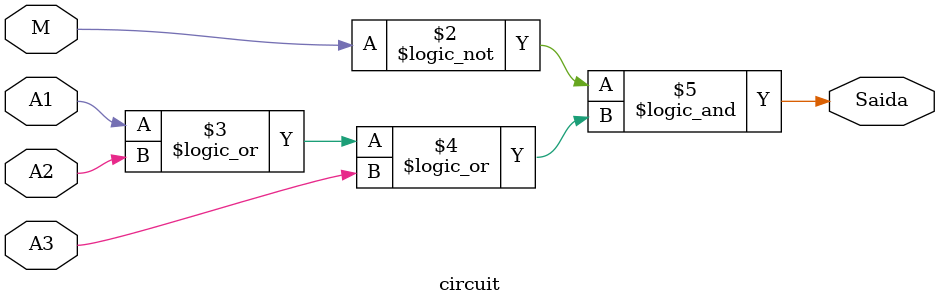
<source format=sv>
module circuit(input logic A1, A2, A3, M, output logic Saida);
  
  always_comb Saida = !M && (A1 || A2 || A3);
  
endmodule
</source>
